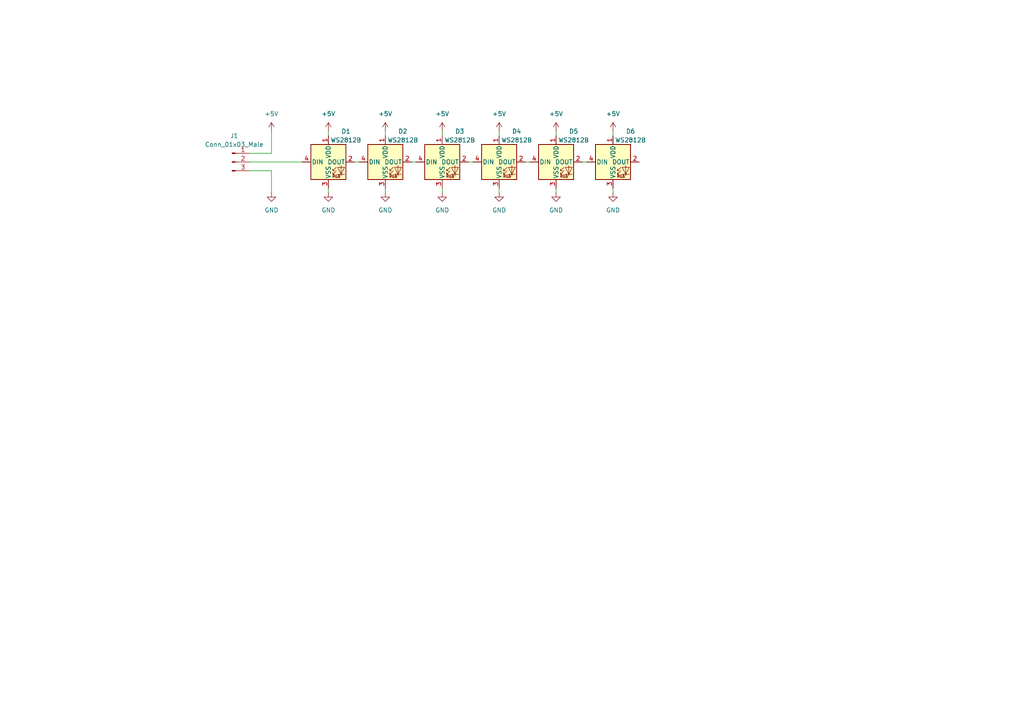
<source format=kicad_sch>
(kicad_sch (version 20211123) (generator eeschema)
  (paper "A4")
  (title_block (title "FabLight LED") (date "2023-03-22") (rev "1") (company "RLKM UG"))
  (lib_symbols
    (symbol "Connector:Conn_01x03_Male" (pin_names (offset 1.016) hide)
      (property "Reference" "J" (at 0 5.08 0))
      (property "Value" "Conn_01x03_Male" (at 0 -5.08 0))
      (symbol "Conn_01x03_Male_1_1"
        (polyline (pts (xy 1.27 -2.54) (xy 0.8636 -2.54)) (stroke (width 0.1524)))
        (polyline (pts (xy 1.27 0) (xy 0.8636 0)) (stroke (width 0.1524)))
        (polyline (pts (xy 1.27 2.54) (xy 0.8636 2.54)) (stroke (width 0.1524)))
        (rectangle (start 0.8636 -2.413) (end 0 -2.667) (stroke (width 0.1524)) (fill (type outline)))
        (rectangle (start 0.8636 0.127) (end 0 -0.127) (stroke (width 0.1524)) (fill (type outline)))
        (rectangle (start 0.8636 2.667) (end 0 2.413) (stroke (width 0.1524)) (fill (type outline)))
        (pin passive line (at 5.08 2.54 180) (length 3.81) (name "Pin_1") (number "1"))
        (pin passive line (at 5.08 0 180) (length 3.81) (name "Pin_2") (number "2"))
        (pin passive line (at 5.08 -2.54 180) (length 3.81) (name "Pin_3") (number "3"))
      )
    )
    (symbol "LED:WS2812B" (pin_names (offset 0.254))
      (property "Reference" "D" (at 5.08 5.715 0))
      (property "Value" "WS2812B" (at 1.27 -5.715 0))
      (symbol "WS2812B_0_0"
        (text "RGB" (at 2.286 -4.191 0) (effects (font (size 0.762 0.762))))
      )
      (symbol "WS2812B_0_1"
        (polyline (pts (xy 1.27 -3.556) (xy 1.778 -3.556)))
        (polyline (pts (xy 1.27 -2.54) (xy 1.778 -2.54)))
        (polyline (pts (xy 4.699 -3.556) (xy 2.667 -3.556)))
        (polyline (pts (xy 2.286 -2.54) (xy 1.27 -3.556) (xy 1.27 -3.048)))
        (polyline (pts (xy 2.286 -1.524) (xy 1.27 -2.54) (xy 1.27 -2.032)))
        (polyline (pts (xy 3.683 -1.016) (xy 3.683 -3.556) (xy 3.683 -4.064)))
        (polyline (pts (xy 4.699 -1.524) (xy 2.667 -1.524) (xy 3.683 -3.556) (xy 4.699 -1.524)))
        (rectangle (start 5.08 5.08) (end -5.08 -5.08) (stroke (width 0.254)) (fill (type background)))
      )
      (symbol "WS2812B_1_1"
        (pin power_in line (at 0 7.62 270) (length 2.54) (name "VDD") (number "1"))
        (pin output line (at 7.62 0 180) (length 2.54) (name "DOUT") (number "2"))
        (pin power_in line (at 0 -7.62 90) (length 2.54) (name "VSS") (number "3"))
        (pin input line (at -7.62 0 0) (length 2.54) (name "DIN") (number "4"))
      )
    )
    (symbol "power:+5V" (power) (pin_names (offset 0))
      (property "Value" "+5V" (at 0 3.556 0))
      (symbol "+5V_0_1"
        (polyline (pts (xy -0.762 1.27) (xy 0 2.54)))
        (polyline (pts (xy 0 0) (xy 0 2.54)))
        (polyline (pts (xy 0 2.54) (xy 0.762 1.27)))
      )
      (symbol "+5V_1_1"
        (pin power_in line (at 0 0 90) (length 0) hide (name "+5V") (number "1"))
      )
    )
    (symbol "power:GND" (power) (pin_names (offset 0))
      (property "Value" "GND" (at 0 -3.81 0))
      (symbol "GND_0_1"
        (polyline (pts (xy 0 0) (xy 0 -1.27) (xy 1.27 -1.27) (xy 0 -2.54) (xy -1.27 -1.27) (xy 0 -1.27)))
      )
      (symbol "GND_1_1"
        (pin power_in line (at 0 0 270) (length 0) hide (name "GND") (number "1"))
      )
    )
  )
  (wire (pts (xy 111.76 38.1) (xy 111.76 39.37)))
  (wire (pts (xy 78.74 44.45) (xy 78.74 38.1)))
  (wire (pts (xy 135.89 46.99) (xy 137.16 46.99)))
  (wire (pts (xy 144.78 38.1) (xy 144.78 39.37)))
  (wire (pts (xy 95.25 38.1) (xy 95.25 39.37)))
  (wire (pts (xy 161.29 54.61) (xy 161.29 55.88)))
  (wire (pts (xy 78.74 55.88) (xy 78.74 49.53)))
  (wire (pts (xy 177.8 38.1) (xy 177.8 39.37)))
  (wire (pts (xy 102.87 46.99) (xy 104.14 46.99)))
  (wire (pts (xy 95.25 54.61) (xy 95.25 55.88)))
  (wire (pts (xy 168.91 46.99) (xy 170.18 46.99)))
  (wire (pts (xy 78.74 49.53) (xy 72.39 49.53)))
  (wire (pts (xy 111.76 54.61) (xy 111.76 55.88)))
  (wire (pts (xy 152.4 46.99) (xy 153.67 46.99)))
  (wire (pts (xy 144.78 54.61) (xy 144.78 55.88)))
  (wire (pts (xy 72.39 46.99) (xy 87.63 46.99)))
  (wire (pts (xy 177.8 54.61) (xy 177.8 55.88)))
  (wire (pts (xy 161.29 38.1) (xy 161.29 39.37)))
  (wire (pts (xy 128.27 38.1) (xy 128.27 39.37)))
  (wire (pts (xy 128.27 54.61) (xy 128.27 55.88)))
  (wire (pts (xy 119.38 46.99) (xy 120.65 46.99)))
  (wire (pts (xy 72.39 44.45) (xy 78.74 44.45)))
  (symbol (lib_id "LED:WS2812B") (at 95.25 46.99 0) (unit 1)
    (property "Reference" "D1" (at 100.33 38.1 0))
    (property "Value" "WS2812B" (at 100.33 40.64 0))
    (property "Footprint" "LED_SMD:LED_WS2812B_PLCC4_5.0x5.0mm_P3.2mm" (effects hide))
    (property "Datasheet" "https://cdn-shop.adafruit.com/datasheets/WS2812B.pdf" (effects hide))
  )
  (symbol (lib_id "power:GND") (at 161.29 55.88 0) (unit 1)
    (property "Reference" "#PWR0113" (effects hide))
    (property "Value" "GND" (at 161.29 60.96 0))
  )
  (symbol (lib_id "power:GND") (at 144.78 55.88 0) (unit 1)
    (property "Reference" "#PWR0112" (effects hide))
    (property "Value" "GND" (at 144.78 60.96 0))
  )
  (symbol (lib_id "LED:WS2812B") (at 111.76 46.99 0) (unit 1)
    (property "Reference" "D2" (at 116.84 38.1 0))
    (property "Value" "WS2812B" (at 116.84 40.64 0))
    (property "Footprint" "LED_SMD:LED_WS2812B_PLCC4_5.0x5.0mm_P3.2mm" (effects hide))
    (property "Datasheet" "https://cdn-shop.adafruit.com/datasheets/WS2812B.pdf" (effects hide))
  )
  (symbol (lib_id "power:+5V") (at 95.25 38.1 0) (unit 1)
    (property "Reference" "#PWR0106" (effects hide))
    (property "Value" "+5V" (at 95.25 33.02 0))
  )
  (symbol (lib_id "power:+5V") (at 78.74 38.1 0) (unit 1)
    (property "Reference" "#PWR0101" (effects hide))
    (property "Value" "+5V" (at 78.74 33.02 0))
  )
  (symbol (lib_id "power:+5V") (at 128.27 38.1 0) (unit 1)
    (property "Reference" "#PWR0107" (effects hide))
    (property "Value" "+5V" (at 128.27 33.02 0))
  )
  (symbol (lib_id "power:+5V") (at 111.76 38.1 0) (unit 1)
    (property "Reference" "#PWR0102" (effects hide))
    (property "Value" "+5V" (at 111.76 33.02 0))
  )
  (symbol (lib_id "power:+5V") (at 144.78 38.1 0) (unit 1)
    (property "Reference" "#PWR0108" (effects hide))
    (property "Value" "+5V" (at 144.78 33.02 0))
  )
  (symbol (lib_id "LED:WS2812B") (at 177.8 46.99 0) (unit 1)
    (property "Reference" "D6" (at 182.88 38.1 0))
    (property "Value" "WS2812B" (at 182.88 40.64 0))
    (property "Footprint" "LED_SMD:LED_WS2812B_PLCC4_5.0x5.0mm_P3.2mm" (effects hide))
    (property "Datasheet" "https://cdn-shop.adafruit.com/datasheets/WS2812B.pdf" (effects hide))
  )
  (symbol (lib_id "power:GND") (at 78.74 55.88 0) (unit 1)
    (property "Reference" "#PWR0105" (effects hide))
    (property "Value" "GND" (at 78.74 60.96 0))
  )
  (symbol (lib_id "power:+5V") (at 161.29 38.1 0) (unit 1)
    (property "Reference" "#PWR0109" (effects hide))
    (property "Value" "+5V" (at 161.29 33.02 0))
  )
  (symbol (lib_id "power:+5V") (at 177.8 38.1 0) (unit 1)
    (property "Reference" "#PWR0110" (effects hide))
    (property "Value" "+5V" (at 177.8 33.02 0))
  )
  (symbol (lib_id "LED:WS2812B") (at 161.29 46.99 0) (unit 1)
    (property "Reference" "D5" (at 166.37 38.1 0))
    (property "Value" "WS2812B" (at 166.37 40.64 0))
    (property "Footprint" "LED_SMD:LED_WS2812B_PLCC4_5.0x5.0mm_P3.2mm" (effects hide))
    (property "Datasheet" "https://cdn-shop.adafruit.com/datasheets/WS2812B.pdf" (effects hide))
  )
  (symbol (lib_id "LED:WS2812B") (at 144.78 46.99 0) (unit 1)
    (property "Reference" "D4" (at 149.86 38.1 0))
    (property "Value" "WS2812B" (at 149.86 40.64 0))
    (property "Footprint" "LED_SMD:LED_WS2812B_PLCC4_5.0x5.0mm_P3.2mm" (effects hide))
    (property "Datasheet" "https://cdn-shop.adafruit.com/datasheets/WS2812B.pdf" (effects hide))
  )
  (symbol (lib_id "Connector:Conn_01x03_Male") (at 67.31 46.99 0) (unit 1)
    (property "Reference" "J1" (at 67.945 39.37 0))
    (property "Value" "Conn_01x03_Male" (at 67.945 41.91 0))
    (property "Footprint" "Connector_PinHeader_2.54mm:PinHeader_1x03_P2.54mm_Horizontal" (effects hide))
  )
  (symbol (lib_id "power:GND") (at 95.25 55.88 0) (unit 1)
    (property "Reference" "#PWR0104" (effects hide))
    (property "Value" "GND" (at 95.25 60.96 0))
  )
  (symbol (lib_id "power:GND") (at 177.8 55.88 0) (unit 1)
    (property "Reference" "#PWR0114" (effects hide))
    (property "Value" "GND" (at 177.8 60.96 0))
  )
  (symbol (lib_id "power:GND") (at 128.27 55.88 0) (unit 1)
    (property "Reference" "#PWR0111" (effects hide))
    (property "Value" "GND" (at 128.27 60.96 0))
  )
  (symbol (lib_id "power:GND") (at 111.76 55.88 0) (unit 1)
    (property "Reference" "#PWR0103" (effects hide))
    (property "Value" "GND" (at 111.76 60.96 0))
  )
  (symbol (lib_id "LED:WS2812B") (at 128.27 46.99 0) (unit 1)
    (property "Reference" "D3" (at 133.35 38.1 0))
    (property "Value" "WS2812B" (at 133.35 40.64 0))
    (property "Footprint" "LED_SMD:LED_WS2812B_PLCC4_5.0x5.0mm_P3.2mm" (effects hide))
    (property "Datasheet" "https://cdn-shop.adafruit.com/datasheets/WS2812B.pdf" (effects hide))
  )
)
</source>
